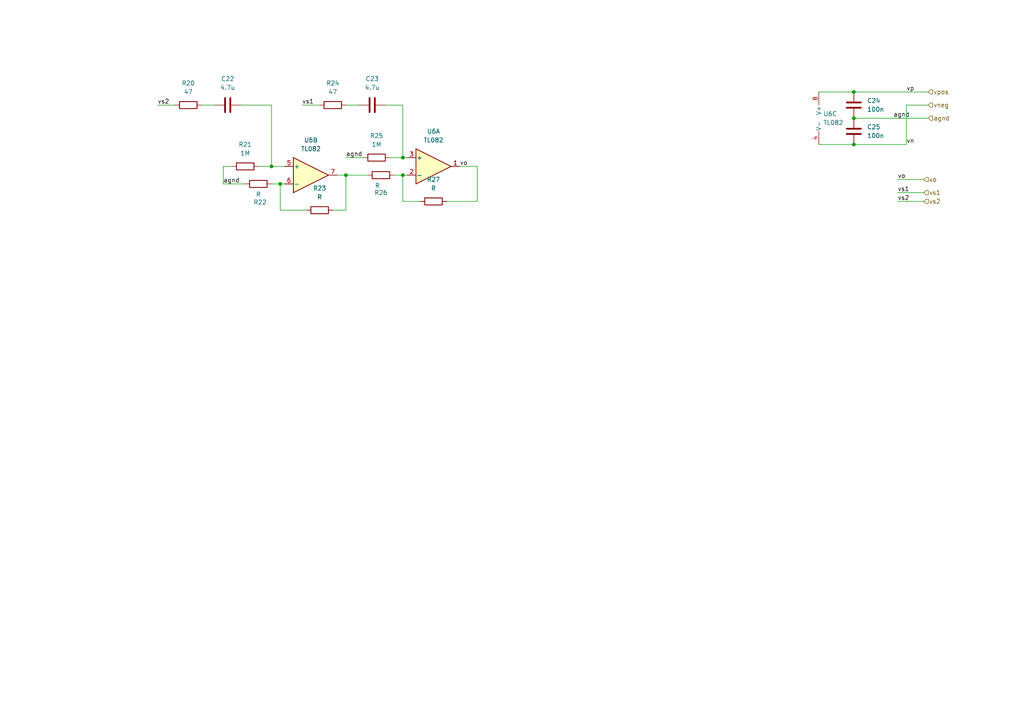
<source format=kicad_sch>
(kicad_sch (version 20250114) (generator "eeschema") (generator_version "9.0")
  (paper "A4")
  (lib_symbols
    (symbol "Amplifier_Operational:TL082" (pin_names (offset 0.127))
      (property "Reference" "U" (at 0 5.08 0))
      (property "Value" "TL082" (at 0 -5.08 0))
      (symbol "TL082_1_1"
        (polyline (pts (xy -5.08 5.08) (xy 5.08 0) (xy -5.08 -5.08) (xy -5.08 5.08)) (stroke (width 0.254)) (fill (type background)))
        (pin input line (at -7.62 2.54 0) (length 2.54) (name "+") (number "3"))
        (pin input line (at -7.62 -2.54 0) (length 2.54) (name "-") (number "2"))
        (pin output line (at 7.62 0 180) (length 2.54) (name "~") (number "1"))
      )
      (symbol "TL082_2_1"
        (polyline (pts (xy -5.08 5.08) (xy 5.08 0) (xy -5.08 -5.08) (xy -5.08 5.08)) (stroke (width 0.254)) (fill (type background)))
        (pin input line (at -7.62 2.54 0) (length 2.54) (name "+") (number "5"))
        (pin input line (at -7.62 -2.54 0) (length 2.54) (name "-") (number "6"))
        (pin output line (at 7.62 0 180) (length 2.54) (name "~") (number "7"))
      )
      (symbol "TL082_3_1"
        (pin power_in line (at -2.54 7.62 270) (length 3.81) (name "V+") (number "8"))
        (pin power_in line (at -2.54 -7.62 90) (length 3.81) (name "V-") (number "4"))
      )
    )
    (symbol "Device:C" (pin_numbers (hide yes)) (pin_names (offset 0.254))
      (property "Reference" "C" (at 0.635 2.54 0))
      (property "Value" "C" (at 0.635 -2.54 0))
      (symbol "C_0_1"
        (polyline (pts (xy -2.032 0.762) (xy 2.032 0.762)) (stroke (width 0.508)))
        (polyline (pts (xy -2.032 -0.762) (xy 2.032 -0.762)) (stroke (width 0.508)))
      )
      (symbol "C_1_1"
        (pin passive line (at 0 3.81 270) (length 2.794) (name "~") (number "1"))
        (pin passive line (at 0 -3.81 90) (length 2.794) (name "~") (number "2"))
      )
    )
    (symbol "Device:R" (pin_numbers (hide yes)) (pin_names (offset 0))
      (property "Reference" "R" (at 2.032 0 90))
      (property "Value" "R" (at 0 0 90))
      (symbol "R_0_1"
        (rectangle (start -1.016 -2.54) (end 1.016 2.54) (stroke (width 0.254)))
      )
      (symbol "R_1_1"
        (pin passive line (at 0 3.81 270) (length 1.27) (name "~") (number "1"))
        (pin passive line (at 0 -3.81 90) (length 1.27) (name "~") (number "2"))
      )
    )
  )
  (junction (at 116.84 45.72))
  (junction (at 78.74 48.26))
  (junction (at 247.65 41.91))
  (junction (at 81.28 53.34))
  (junction (at 247.65 26.67))
  (junction (at 100.33 50.8))
  (junction (at 247.65 34.29))
  (junction (at 116.84 50.8))
  (wire (pts (xy 116.84 50.8) (xy 118.11 50.8)))
  (wire (pts (xy 74.93 48.26) (xy 78.74 48.26)))
  (wire (pts (xy 237.49 41.91) (xy 247.65 41.91)))
  (wire (pts (xy 81.28 53.34) (xy 82.55 53.34)))
  (wire (pts (xy 100.33 60.96) (xy 100.33 50.8)))
  (wire (pts (xy 113.03 45.72) (xy 116.84 45.72)))
  (wire (pts (xy 129.54 58.42) (xy 138.43 58.42)))
  (wire (pts (xy 69.85 30.48) (xy 78.74 30.48)))
  (wire (pts (xy 81.28 60.96) (xy 81.28 53.34)))
  (wire (pts (xy 100.33 50.8) (xy 106.68 50.8)))
  (wire (pts (xy 116.84 45.72) (xy 118.11 45.72)))
  (wire (pts (xy 78.74 30.48) (xy 78.74 48.26)))
  (wire (pts (xy 100.33 45.72) (xy 105.41 45.72)))
  (wire (pts (xy 262.89 30.48) (xy 262.89 41.91)))
  (wire (pts (xy 247.65 41.91) (xy 262.89 41.91)))
  (wire (pts (xy 260.35 58.42) (xy 267.97 58.42)))
  (wire (pts (xy 260.35 55.88) (xy 267.97 55.88)))
  (wire (pts (xy 97.79 50.8) (xy 100.33 50.8)))
  (wire (pts (xy 64.77 48.26) (xy 64.77 53.34)))
  (wire (pts (xy 116.84 30.48) (xy 116.84 45.72)))
  (wire (pts (xy 114.3 50.8) (xy 116.84 50.8)))
  (wire (pts (xy 247.65 34.29) (xy 269.24 34.29)))
  (wire (pts (xy 88.9 60.96) (xy 81.28 60.96)))
  (wire (pts (xy 247.65 26.67) (xy 269.24 26.67)))
  (wire (pts (xy 78.74 48.26) (xy 82.55 48.26)))
  (wire (pts (xy 260.35 52.07) (xy 267.97 52.07)))
  (wire (pts (xy 116.84 58.42) (xy 116.84 50.8)))
  (wire (pts (xy 237.49 26.67) (xy 247.65 26.67)))
  (wire (pts (xy 96.52 60.96) (xy 100.33 60.96)))
  (wire (pts (xy 269.24 30.48) (xy 262.89 30.48)))
  (wire (pts (xy 104.14 30.48) (xy 100.33 30.48)))
  (wire (pts (xy 67.31 48.26) (xy 64.77 48.26)))
  (wire (pts (xy 45.72 30.48) (xy 50.8 30.48)))
  (wire (pts (xy 62.23 30.48) (xy 58.42 30.48)))
  (wire (pts (xy 111.76 30.48) (xy 116.84 30.48)))
  (wire (pts (xy 138.43 58.42) (xy 138.43 48.26)))
  (wire (pts (xy 64.77 53.34) (xy 71.12 53.34)))
  (wire (pts (xy 133.35 48.26) (xy 138.43 48.26)))
  (wire (pts (xy 78.74 53.34) (xy 81.28 53.34)))
  (wire (pts (xy 87.63 30.48) (xy 92.71 30.48)))
  (wire (pts (xy 121.92 58.42) (xy 116.84 58.42)))
  (label "vs1" (at 260.35 55.88 0))
  (label "vo" (at 260.35 52.07 0))
  (label "vs2" (at 45.72 30.48 0))
  (label "agnd" (at 100.33 45.72 0))
  (label "agnd" (at 259.08 34.29 0))
  (label "vp" (at 262.89 26.67 0))
  (label "vn" (at 262.89 41.91 0))
  (label "vs1" (at 87.63 30.48 0))
  (label "vo" (at 133.35 48.26 0))
  (label "agnd" (at 64.77 53.34 0))
  (label "vs2" (at 260.35 58.42 0))
  (hierarchical_label "agnd" (shape input) (at 269.24 34.29 0))
  (hierarchical_label "vs2" (shape input) (at 267.97 58.42 0))
  (hierarchical_label "vpos" (shape input) (at 269.24 26.67 0))
  (hierarchical_label "vneg" (shape input) (at 269.24 30.48 0))
  (hierarchical_label "vo" (shape input) (at 267.97 52.07 0))
  (hierarchical_label "vs1" (shape input) (at 267.97 55.88 0))
  (symbol (lib_id "Device:R") (at 109.22 45.72 90) (unit 1)
    (property "Reference" "R25" (at 109.22 39.37 90))
    (property "Value" "1M" (at 109.22 41.91 90))
    (property "Footprint" "Resistor_SMD:R_0603_1608Metric_Pad0.98x0.95mm_HandSolder" (effects (hide yes)))
    (property "Description" "Resistor" (effects (hide yes)))
    (instances (project "esfgrid_ckt_Multi" (path "" (reference "R25") (unit 1)) (path "" (reference "R33") (unit 1))))
  )
  (symbol (lib_id "Device:R") (at 92.71 60.96 90) (unit 1)
    (property "Reference" "R23" (at 92.71 54.61 90))
    (property "Value" "R" (at 92.71 57.15 90))
    (property "Footprint" "Resistor_SMD:R_0603_1608Metric_Pad0.98x0.95mm_HandSolder" (effects (hide yes)))
    (property "Description" "Resistor" (effects (hide yes)))
    (instances (project "esfgrid_ckt_Multi" (path "" (reference "R23") (unit 1)) (path "" (reference "R31") (unit 1))))
  )
  (symbol (lib_id "Device:R") (at 54.61 30.48 90) (unit 1)
    (property "Reference" "R20" (at 54.61 24.13 90))
    (property "Value" "47" (at 54.61 26.67 90))
    (property "Footprint" "Resistor_SMD:R_0603_1608Metric_Pad0.98x0.95mm_HandSolder" (effects (hide yes)))
    (property "Description" "Resistor" (effects (hide yes)))
    (instances (project "esfgrid_ckt_Multi" (path "" (reference "R20") (unit 1)) (path "" (reference "R28") (unit 1))))
  )
  (symbol (lib_id "Amplifier_Operational:TL082") (at 90.17 50.8 0) (unit 2)
    (property "Reference" "U6" (at 90.17 40.64 0))
    (property "Value" "TL082" (at 90.17 43.18 0))
    (property "Footprint" "Package_SO:SOIC-8_3.9x4.9mm_P1.27mm" (effects (hide yes)))
    (property "Datasheet" "http://www.ti.com/lit/ds/symlink/tl081.pdf" (effects (hide yes)))
    (property "Description" "Dual JFET-Input Operational Amplifiers, DIP-8/SOIC-8/SSOP-8" (effects (hide yes)))
    (instances (project "esfgrid_ckt_Multi" (path "" (reference "U6") (unit 2)) (path "" (reference "U7") (unit 2))))
  )
  (symbol (lib_id "Device:R") (at 110.49 50.8 90) (unit 1)
    (property "Reference" "R26" (at 110.49 55.88 90))
    (property "Value" "R" (at 109.474 53.848 90))
    (property "Footprint" "Resistor_SMD:R_0603_1608Metric_Pad0.98x0.95mm_HandSolder" (effects (hide yes)))
    (property "Description" "Resistor" (effects (hide yes)))
    (instances (project "esfgrid_ckt_Multi" (path "" (reference "R26") (unit 1)) (path "" (reference "R34") (unit 1))))
  )
  (symbol (lib_id "Device:C") (at 247.65 30.48 180) (unit 1)
    (property "Reference" "C24" (at 251.46 29.2099 0) (effects (justify right)))
    (property "Value" "100n" (at 251.46 31.7499 0) (effects (justify right)))
    (property "Footprint" "Capacitor_SMD:C_0603_1608Metric_Pad1.08x0.95mm_HandSolder" (effects (hide yes)))
    (property "Description" "Unpolarized capacitor" (effects (hide yes)))
    (instances (project "esfgrid_ckt_Multi" (path "" (reference "C24") (unit 1)) (path "" (reference "C28") (unit 1))))
  )
  (symbol (lib_id "Device:R") (at 71.12 48.26 90) (unit 1)
    (property "Reference" "R21" (at 71.12 41.91 90))
    (property "Value" "1M" (at 71.12 44.45 90))
    (property "Footprint" "Resistor_SMD:R_0603_1608Metric_Pad0.98x0.95mm_HandSolder" (effects (hide yes)))
    (property "Description" "Resistor" (effects (hide yes)))
    (instances (project "esfgrid_ckt_Multi" (path "" (reference "R21") (unit 1)) (path "" (reference "R29") (unit 1))))
  )
  (symbol (lib_id "Device:C") (at 66.04 30.48 90) (unit 1)
    (property "Reference" "C22" (at 66.04 22.86 90))
    (property "Value" "4.7u" (at 66.04 25.4 90))
    (property "Footprint" "Capacitor_SMD:C_0603_1608Metric_Pad1.08x0.95mm_HandSolder" (effects (hide yes)))
    (property "Description" "Unpolarized capacitor" (effects (hide yes)))
    (instances (project "esfgrid_ckt_Multi" (path "" (reference "C22") (unit 1)) (path "" (reference "C26") (unit 1))))
  )
  (symbol (lib_id "Amplifier_Operational:TL082") (at 125.73 48.26 0) (unit 1)
    (property "Reference" "U6" (at 125.73 38.1 0))
    (property "Value" "TL082" (at 125.73 40.64 0))
    (property "Footprint" "Package_SO:SOIC-8_3.9x4.9mm_P1.27mm" (effects (hide yes)))
    (property "Datasheet" "http://www.ti.com/lit/ds/symlink/tl081.pdf" (effects (hide yes)))
    (property "Description" "Dual JFET-Input Operational Amplifiers, DIP-8/SOIC-8/SSOP-8" (effects (hide yes)))
    (instances (project "esfgrid_ckt_Multi" (path "" (reference "U6") (unit 1)) (path "" (reference "U7") (unit 1))))
  )
  (symbol (lib_id "Device:R") (at 125.73 58.42 90) (unit 1)
    (property "Reference" "R27" (at 125.73 52.07 90))
    (property "Value" "R" (at 125.73 54.61 90))
    (property "Footprint" "Resistor_SMD:R_0603_1608Metric_Pad0.98x0.95mm_HandSolder" (effects (hide yes)))
    (property "Description" "Resistor" (effects (hide yes)))
    (instances (project "esfgrid_ckt_Multi" (path "" (reference "R27") (unit 1)) (path "" (reference "R35") (unit 1))))
  )
  (symbol (lib_id "Device:C") (at 107.95 30.48 90) (unit 1)
    (property "Reference" "C23" (at 107.95 22.86 90))
    (property "Value" "4.7u" (at 107.95 25.4 90))
    (property "Footprint" "Capacitor_SMD:C_0603_1608Metric_Pad1.08x0.95mm_HandSolder" (effects (hide yes)))
    (property "Description" "Unpolarized capacitor" (effects (hide yes)))
    (instances (project "esfgrid_ckt_Multi" (path "" (reference "C23") (unit 1)) (path "" (reference "C27") (unit 1))))
  )
  (symbol (lib_id "Device:R") (at 74.93 53.34 90) (unit 1)
    (property "Reference" "R22" (at 75.438 58.674 90))
    (property "Value" "R" (at 74.93 56.388 90))
    (property "Footprint" "Resistor_SMD:R_0603_1608Metric_Pad0.98x0.95mm_HandSolder" (effects (hide yes)))
    (property "Description" "Resistor" (effects (hide yes)))
    (instances (project "esfgrid_ckt_Multi" (path "" (reference "R22") (unit 1)) (path "" (reference "R30") (unit 1))))
  )
  (symbol (lib_id "Amplifier_Operational:TL082") (at 240.03 34.29 0) (unit 3)
    (property "Reference" "U6" (at 238.76 33.0199 0) (effects (justify left)))
    (property "Value" "TL082" (at 238.76 35.5599 0) (effects (justify left)))
    (property "Footprint" "Package_SO:SOIC-8_3.9x4.9mm_P1.27mm" (effects (hide yes)))
    (property "Datasheet" "http://www.ti.com/lit/ds/symlink/tl081.pdf" (effects (hide yes)))
    (property "Description" "Dual JFET-Input Operational Amplifiers, DIP-8/SOIC-8/SSOP-8" (effects (hide yes)))
    (instances (project "esfgrid_ckt_Multi" (path "" (reference "U6") (unit 3)) (path "" (reference "U7") (unit 3))))
  )
  (symbol (lib_id "Device:R") (at 96.52 30.48 90) (unit 1)
    (property "Reference" "R24" (at 96.52 24.13 90))
    (property "Value" "47" (at 96.52 26.67 90))
    (property "Footprint" "Resistor_SMD:R_0603_1608Metric_Pad0.98x0.95mm_HandSolder" (effects (hide yes)))
    (property "Description" "Resistor" (effects (hide yes)))
    (instances (project "esfgrid_ckt_Multi" (path "" (reference "R24") (unit 1)) (path "" (reference "R32") (unit 1))))
  )
  (symbol (lib_id "Device:C") (at 247.65 38.1 0) (unit 1)
    (property "Reference" "C25" (at 251.46 36.8299 0) (effects (justify left)))
    (property "Value" "100n" (at 251.46 39.3699 0) (effects (justify left)))
    (property "Footprint" "Capacitor_SMD:C_0603_1608Metric_Pad1.08x0.95mm_HandSolder" (effects (hide yes)))
    (property "Description" "Unpolarized capacitor" (effects (hide yes)))
    (instances (project "esfgrid_ckt_Multi" (path "" (reference "C25") (unit 1)) (path "" (reference "C29") (unit 1))))
  )
)
</source>
